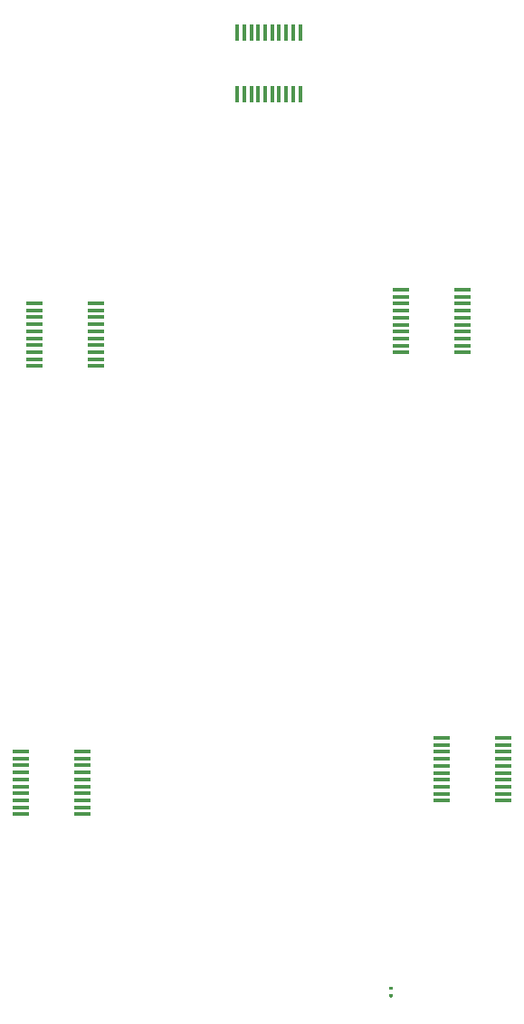
<source format=gbr>
%TF.GenerationSoftware,KiCad,Pcbnew,(5.1.8)-1*%
%TF.CreationDate,2021-02-27T15:52:15-06:00*%
%TF.ProjectId,CircuitBoard,43697263-7569-4744-926f-6172642e6b69,rev?*%
%TF.SameCoordinates,Original*%
%TF.FileFunction,Paste,Top*%
%TF.FilePolarity,Positive*%
%FSLAX46Y46*%
G04 Gerber Fmt 4.6, Leading zero omitted, Abs format (unit mm)*
G04 Created by KiCad (PCBNEW (5.1.8)-1) date 2021-02-27 15:52:15*
%MOMM*%
%LPD*%
G01*
G04 APERTURE LIST*
%ADD10R,1.570000X0.410000*%
%ADD11R,0.410000X1.570000*%
G04 APERTURE END LIST*
D10*
%TO.C,U5*%
X105080000Y-95635000D03*
X105080000Y-94985000D03*
X105080000Y-94335000D03*
X105080000Y-93685000D03*
X105080000Y-93035000D03*
X105080000Y-92385000D03*
X105080000Y-91735000D03*
X105080000Y-91085000D03*
X105080000Y-90435000D03*
X105080000Y-89785000D03*
X110820000Y-89785000D03*
X110820000Y-90435000D03*
X110820000Y-91085000D03*
X110820000Y-91735000D03*
X110820000Y-92385000D03*
X110820000Y-93035000D03*
X110820000Y-93685000D03*
X110820000Y-94335000D03*
X110820000Y-94985000D03*
X110820000Y-95635000D03*
%TD*%
%TO.C,U4*%
X103810000Y-137545000D03*
X103810000Y-136895000D03*
X103810000Y-136245000D03*
X103810000Y-135595000D03*
X103810000Y-134945000D03*
X103810000Y-134295000D03*
X103810000Y-133645000D03*
X103810000Y-132995000D03*
X103810000Y-132345000D03*
X103810000Y-131695000D03*
X109550000Y-131695000D03*
X109550000Y-132345000D03*
X109550000Y-132995000D03*
X109550000Y-133645000D03*
X109550000Y-134295000D03*
X109550000Y-134945000D03*
X109550000Y-135595000D03*
X109550000Y-136245000D03*
X109550000Y-136895000D03*
X109550000Y-137545000D03*
%TD*%
%TO.C,U3*%
X145110000Y-88515000D03*
X145110000Y-89165000D03*
X145110000Y-89815000D03*
X145110000Y-90465000D03*
X145110000Y-91115000D03*
X145110000Y-91765000D03*
X145110000Y-92415000D03*
X145110000Y-93065000D03*
X145110000Y-93715000D03*
X145110000Y-94365000D03*
X139370000Y-94365000D03*
X139370000Y-93715000D03*
X139370000Y-93065000D03*
X139370000Y-92415000D03*
X139370000Y-91765000D03*
X139370000Y-91115000D03*
X139370000Y-90465000D03*
X139370000Y-89815000D03*
X139370000Y-89165000D03*
X139370000Y-88515000D03*
%TD*%
D11*
%TO.C,U2*%
X124075000Y-64440000D03*
X124725000Y-64440000D03*
X125375000Y-64440000D03*
X126025000Y-64440000D03*
X126675000Y-64440000D03*
X127325000Y-64440000D03*
X127975000Y-64440000D03*
X128625000Y-64440000D03*
X129275000Y-64440000D03*
X129925000Y-64440000D03*
X129925000Y-70180000D03*
X129275000Y-70180000D03*
X128625000Y-70180000D03*
X127975000Y-70180000D03*
X127325000Y-70180000D03*
X126675000Y-70180000D03*
X126025000Y-70180000D03*
X125375000Y-70180000D03*
X124725000Y-70180000D03*
X124075000Y-70180000D03*
%TD*%
D10*
%TO.C,U1*%
X148920000Y-130425000D03*
X148920000Y-131075000D03*
X148920000Y-131725000D03*
X148920000Y-132375000D03*
X148920000Y-133025000D03*
X148920000Y-133675000D03*
X148920000Y-134325000D03*
X148920000Y-134975000D03*
X148920000Y-135625000D03*
X148920000Y-136275000D03*
X143180000Y-136275000D03*
X143180000Y-135625000D03*
X143180000Y-134975000D03*
X143180000Y-134325000D03*
X143180000Y-133675000D03*
X143180000Y-133025000D03*
X143180000Y-132375000D03*
X143180000Y-131725000D03*
X143180000Y-131075000D03*
X143180000Y-130425000D03*
%TD*%
%TO.C,R1*%
G36*
G01*
X138530500Y-153992000D02*
X138329500Y-153992000D01*
G75*
G02*
X138250000Y-153912500I0J79500D01*
G01*
X138250000Y-153753500D01*
G75*
G02*
X138329500Y-153674000I79500J0D01*
G01*
X138530500Y-153674000D01*
G75*
G02*
X138610000Y-153753500I0J-79500D01*
G01*
X138610000Y-153912500D01*
G75*
G02*
X138530500Y-153992000I-79500J0D01*
G01*
G37*
G36*
G01*
X138530500Y-154682000D02*
X138329500Y-154682000D01*
G75*
G02*
X138250000Y-154602500I0J79500D01*
G01*
X138250000Y-154443500D01*
G75*
G02*
X138329500Y-154364000I79500J0D01*
G01*
X138530500Y-154364000D01*
G75*
G02*
X138610000Y-154443500I0J-79500D01*
G01*
X138610000Y-154602500D01*
G75*
G02*
X138530500Y-154682000I-79500J0D01*
G01*
G37*
%TD*%
M02*

</source>
